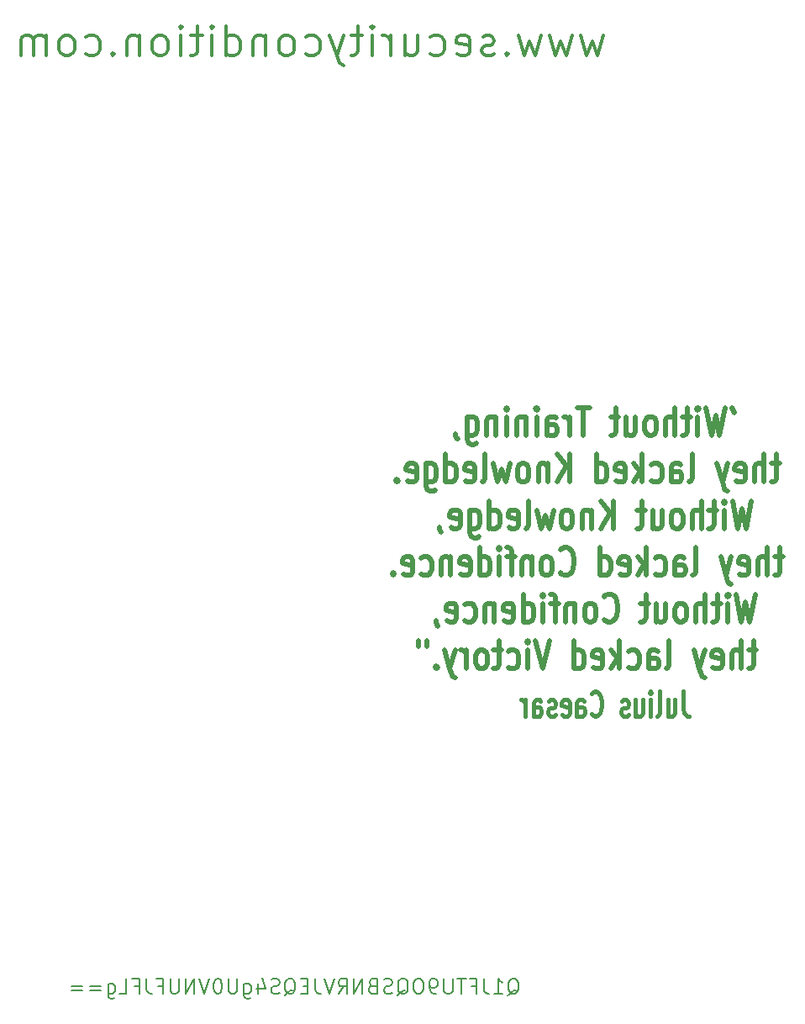
<source format=gbr>
G04 #@! TF.GenerationSoftware,KiCad,Pcbnew,(5.1.5)-3*
G04 #@! TF.CreationDate,2020-07-27T13:18:42+03:00*
G04 #@! TF.ProjectId,BurtleinaBoard,42757274-6c65-4696-9e61-426f6172642e,0.1*
G04 #@! TF.SameCoordinates,Original*
G04 #@! TF.FileFunction,Legend,Bot*
G04 #@! TF.FilePolarity,Positive*
%FSLAX46Y46*%
G04 Gerber Fmt 4.6, Leading zero omitted, Abs format (unit mm)*
G04 Created by KiCad (PCBNEW (5.1.5)-3) date 2020-07-27 13:18:42*
%MOMM*%
%LPD*%
G04 APERTURE LIST*
%ADD10C,0.200000*%
%ADD11C,0.300000*%
%ADD12C,0.425000*%
%ADD13C,0.500000*%
G04 APERTURE END LIST*
D10*
X163740000Y-127821428D02*
X163882857Y-127750000D01*
X164025714Y-127607142D01*
X164240000Y-127392857D01*
X164382857Y-127321428D01*
X164525714Y-127321428D01*
X164454285Y-127678571D02*
X164597142Y-127607142D01*
X164740000Y-127464285D01*
X164811428Y-127178571D01*
X164811428Y-126678571D01*
X164740000Y-126392857D01*
X164597142Y-126250000D01*
X164454285Y-126178571D01*
X164168571Y-126178571D01*
X164025714Y-126250000D01*
X163882857Y-126392857D01*
X163811428Y-126678571D01*
X163811428Y-127178571D01*
X163882857Y-127464285D01*
X164025714Y-127607142D01*
X164168571Y-127678571D01*
X164454285Y-127678571D01*
X162382857Y-127678571D02*
X163240000Y-127678571D01*
X162811428Y-127678571D02*
X162811428Y-126178571D01*
X162954285Y-126392857D01*
X163097142Y-126535714D01*
X163240000Y-126607142D01*
X161311428Y-126178571D02*
X161311428Y-127250000D01*
X161382857Y-127464285D01*
X161525714Y-127607142D01*
X161740000Y-127678571D01*
X161882857Y-127678571D01*
X160097142Y-126892857D02*
X160597142Y-126892857D01*
X160597142Y-127678571D02*
X160597142Y-126178571D01*
X159882857Y-126178571D01*
X159525714Y-126178571D02*
X158668571Y-126178571D01*
X159097142Y-127678571D02*
X159097142Y-126178571D01*
X158168571Y-126178571D02*
X158168571Y-127392857D01*
X158097142Y-127535714D01*
X158025714Y-127607142D01*
X157882857Y-127678571D01*
X157597142Y-127678571D01*
X157454285Y-127607142D01*
X157382857Y-127535714D01*
X157311428Y-127392857D01*
X157311428Y-126178571D01*
X156525714Y-127678571D02*
X156240000Y-127678571D01*
X156097142Y-127607142D01*
X156025714Y-127535714D01*
X155882857Y-127321428D01*
X155811428Y-127035714D01*
X155811428Y-126464285D01*
X155882857Y-126321428D01*
X155954285Y-126250000D01*
X156097142Y-126178571D01*
X156382857Y-126178571D01*
X156525714Y-126250000D01*
X156597142Y-126321428D01*
X156668571Y-126464285D01*
X156668571Y-126821428D01*
X156597142Y-126964285D01*
X156525714Y-127035714D01*
X156382857Y-127107142D01*
X156097142Y-127107142D01*
X155954285Y-127035714D01*
X155882857Y-126964285D01*
X155811428Y-126821428D01*
X154882857Y-126178571D02*
X154597142Y-126178571D01*
X154454285Y-126250000D01*
X154311428Y-126392857D01*
X154240000Y-126678571D01*
X154240000Y-127178571D01*
X154311428Y-127464285D01*
X154454285Y-127607142D01*
X154597142Y-127678571D01*
X154882857Y-127678571D01*
X155025714Y-127607142D01*
X155168571Y-127464285D01*
X155240000Y-127178571D01*
X155240000Y-126678571D01*
X155168571Y-126392857D01*
X155025714Y-126250000D01*
X154882857Y-126178571D01*
X152597142Y-127821428D02*
X152740000Y-127750000D01*
X152882857Y-127607142D01*
X153097142Y-127392857D01*
X153240000Y-127321428D01*
X153382857Y-127321428D01*
X153311428Y-127678571D02*
X153454285Y-127607142D01*
X153597142Y-127464285D01*
X153668571Y-127178571D01*
X153668571Y-126678571D01*
X153597142Y-126392857D01*
X153454285Y-126250000D01*
X153311428Y-126178571D01*
X153025714Y-126178571D01*
X152882857Y-126250000D01*
X152740000Y-126392857D01*
X152668571Y-126678571D01*
X152668571Y-127178571D01*
X152740000Y-127464285D01*
X152882857Y-127607142D01*
X153025714Y-127678571D01*
X153311428Y-127678571D01*
X152097142Y-127607142D02*
X151882857Y-127678571D01*
X151525714Y-127678571D01*
X151382857Y-127607142D01*
X151311428Y-127535714D01*
X151240000Y-127392857D01*
X151240000Y-127250000D01*
X151311428Y-127107142D01*
X151382857Y-127035714D01*
X151525714Y-126964285D01*
X151811428Y-126892857D01*
X151954285Y-126821428D01*
X152025714Y-126750000D01*
X152097142Y-126607142D01*
X152097142Y-126464285D01*
X152025714Y-126321428D01*
X151954285Y-126250000D01*
X151811428Y-126178571D01*
X151454285Y-126178571D01*
X151240000Y-126250000D01*
X150097142Y-126892857D02*
X149882857Y-126964285D01*
X149811428Y-127035714D01*
X149740000Y-127178571D01*
X149740000Y-127392857D01*
X149811428Y-127535714D01*
X149882857Y-127607142D01*
X150025714Y-127678571D01*
X150597142Y-127678571D01*
X150597142Y-126178571D01*
X150097142Y-126178571D01*
X149954285Y-126250000D01*
X149882857Y-126321428D01*
X149811428Y-126464285D01*
X149811428Y-126607142D01*
X149882857Y-126750000D01*
X149954285Y-126821428D01*
X150097142Y-126892857D01*
X150597142Y-126892857D01*
X149097142Y-127678571D02*
X149097142Y-126178571D01*
X148240000Y-127678571D01*
X148240000Y-126178571D01*
X146668571Y-127678571D02*
X147168571Y-126964285D01*
X147525714Y-127678571D02*
X147525714Y-126178571D01*
X146954285Y-126178571D01*
X146811428Y-126250000D01*
X146740000Y-126321428D01*
X146668571Y-126464285D01*
X146668571Y-126678571D01*
X146740000Y-126821428D01*
X146811428Y-126892857D01*
X146954285Y-126964285D01*
X147525714Y-126964285D01*
X146240000Y-126178571D02*
X145740000Y-127678571D01*
X145240000Y-126178571D01*
X144311428Y-126178571D02*
X144311428Y-127250000D01*
X144382857Y-127464285D01*
X144525714Y-127607142D01*
X144740000Y-127678571D01*
X144882857Y-127678571D01*
X143597142Y-126892857D02*
X143097142Y-126892857D01*
X142882857Y-127678571D02*
X143597142Y-127678571D01*
X143597142Y-126178571D01*
X142882857Y-126178571D01*
X141240000Y-127821428D02*
X141382857Y-127750000D01*
X141525714Y-127607142D01*
X141740000Y-127392857D01*
X141882857Y-127321428D01*
X142025714Y-127321428D01*
X141954285Y-127678571D02*
X142097142Y-127607142D01*
X142240000Y-127464285D01*
X142311428Y-127178571D01*
X142311428Y-126678571D01*
X142240000Y-126392857D01*
X142097142Y-126250000D01*
X141954285Y-126178571D01*
X141668571Y-126178571D01*
X141525714Y-126250000D01*
X141382857Y-126392857D01*
X141311428Y-126678571D01*
X141311428Y-127178571D01*
X141382857Y-127464285D01*
X141525714Y-127607142D01*
X141668571Y-127678571D01*
X141954285Y-127678571D01*
X140740000Y-127607142D02*
X140525714Y-127678571D01*
X140168571Y-127678571D01*
X140025714Y-127607142D01*
X139954285Y-127535714D01*
X139882857Y-127392857D01*
X139882857Y-127250000D01*
X139954285Y-127107142D01*
X140025714Y-127035714D01*
X140168571Y-126964285D01*
X140454285Y-126892857D01*
X140597142Y-126821428D01*
X140668571Y-126750000D01*
X140740000Y-126607142D01*
X140740000Y-126464285D01*
X140668571Y-126321428D01*
X140597142Y-126250000D01*
X140454285Y-126178571D01*
X140097142Y-126178571D01*
X139882857Y-126250000D01*
X138597142Y-126678571D02*
X138597142Y-127678571D01*
X138954285Y-126107142D02*
X139311428Y-127178571D01*
X138382857Y-127178571D01*
X137168571Y-126678571D02*
X137168571Y-127892857D01*
X137240000Y-128035714D01*
X137311428Y-128107142D01*
X137454285Y-128178571D01*
X137668571Y-128178571D01*
X137811428Y-128107142D01*
X137168571Y-127607142D02*
X137311428Y-127678571D01*
X137597142Y-127678571D01*
X137740000Y-127607142D01*
X137811428Y-127535714D01*
X137882857Y-127392857D01*
X137882857Y-126964285D01*
X137811428Y-126821428D01*
X137740000Y-126750000D01*
X137597142Y-126678571D01*
X137311428Y-126678571D01*
X137168571Y-126750000D01*
X136454285Y-126178571D02*
X136454285Y-127392857D01*
X136382857Y-127535714D01*
X136311428Y-127607142D01*
X136168571Y-127678571D01*
X135882857Y-127678571D01*
X135740000Y-127607142D01*
X135668571Y-127535714D01*
X135597142Y-127392857D01*
X135597142Y-126178571D01*
X134597142Y-126178571D02*
X134454285Y-126178571D01*
X134311428Y-126250000D01*
X134240000Y-126321428D01*
X134168571Y-126464285D01*
X134097142Y-126750000D01*
X134097142Y-127107142D01*
X134168571Y-127392857D01*
X134240000Y-127535714D01*
X134311428Y-127607142D01*
X134454285Y-127678571D01*
X134597142Y-127678571D01*
X134740000Y-127607142D01*
X134811428Y-127535714D01*
X134882857Y-127392857D01*
X134954285Y-127107142D01*
X134954285Y-126750000D01*
X134882857Y-126464285D01*
X134811428Y-126321428D01*
X134740000Y-126250000D01*
X134597142Y-126178571D01*
X133668571Y-126178571D02*
X133168571Y-127678571D01*
X132668571Y-126178571D01*
X132168571Y-127678571D02*
X132168571Y-126178571D01*
X131311428Y-127678571D01*
X131311428Y-126178571D01*
X130597142Y-126178571D02*
X130597142Y-127392857D01*
X130525714Y-127535714D01*
X130454285Y-127607142D01*
X130311428Y-127678571D01*
X130025714Y-127678571D01*
X129882857Y-127607142D01*
X129811428Y-127535714D01*
X129740000Y-127392857D01*
X129740000Y-126178571D01*
X128525714Y-126892857D02*
X129025714Y-126892857D01*
X129025714Y-127678571D02*
X129025714Y-126178571D01*
X128311428Y-126178571D01*
X127311428Y-126178571D02*
X127311428Y-127250000D01*
X127382857Y-127464285D01*
X127525714Y-127607142D01*
X127740000Y-127678571D01*
X127882857Y-127678571D01*
X126097142Y-126892857D02*
X126597142Y-126892857D01*
X126597142Y-127678571D02*
X126597142Y-126178571D01*
X125882857Y-126178571D01*
X124597142Y-127678571D02*
X125311428Y-127678571D01*
X125311428Y-126178571D01*
X123454285Y-126678571D02*
X123454285Y-127892857D01*
X123525714Y-128035714D01*
X123597142Y-128107142D01*
X123740000Y-128178571D01*
X123954285Y-128178571D01*
X124097142Y-128107142D01*
X123454285Y-127607142D02*
X123597142Y-127678571D01*
X123882857Y-127678571D01*
X124025714Y-127607142D01*
X124097142Y-127535714D01*
X124168571Y-127392857D01*
X124168571Y-126964285D01*
X124097142Y-126821428D01*
X124025714Y-126750000D01*
X123882857Y-126678571D01*
X123597142Y-126678571D01*
X123454285Y-126750000D01*
X122740000Y-126892857D02*
X121597142Y-126892857D01*
X121597142Y-127321428D02*
X122740000Y-127321428D01*
X120882857Y-126892857D02*
X119740000Y-126892857D01*
X119740000Y-127321428D02*
X120882857Y-127321428D01*
D11*
X173370000Y-31207142D02*
X172798571Y-33207142D01*
X172227142Y-31778571D01*
X171655714Y-33207142D01*
X171084285Y-31207142D01*
X170227142Y-31207142D02*
X169655714Y-33207142D01*
X169084285Y-31778571D01*
X168512857Y-33207142D01*
X167941428Y-31207142D01*
X167084285Y-31207142D02*
X166512857Y-33207142D01*
X165941428Y-31778571D01*
X165370000Y-33207142D01*
X164798571Y-31207142D01*
X163655714Y-32921428D02*
X163512857Y-33064285D01*
X163655714Y-33207142D01*
X163798571Y-33064285D01*
X163655714Y-32921428D01*
X163655714Y-33207142D01*
X162370000Y-33064285D02*
X162084285Y-33207142D01*
X161512857Y-33207142D01*
X161227142Y-33064285D01*
X161084285Y-32778571D01*
X161084285Y-32635714D01*
X161227142Y-32350000D01*
X161512857Y-32207142D01*
X161941428Y-32207142D01*
X162227142Y-32064285D01*
X162370000Y-31778571D01*
X162370000Y-31635714D01*
X162227142Y-31350000D01*
X161941428Y-31207142D01*
X161512857Y-31207142D01*
X161227142Y-31350000D01*
X158655714Y-33064285D02*
X158941428Y-33207142D01*
X159512857Y-33207142D01*
X159798571Y-33064285D01*
X159941428Y-32778571D01*
X159941428Y-31635714D01*
X159798571Y-31350000D01*
X159512857Y-31207142D01*
X158941428Y-31207142D01*
X158655714Y-31350000D01*
X158512857Y-31635714D01*
X158512857Y-31921428D01*
X159941428Y-32207142D01*
X155941428Y-33064285D02*
X156227142Y-33207142D01*
X156798571Y-33207142D01*
X157084285Y-33064285D01*
X157227142Y-32921428D01*
X157370000Y-32635714D01*
X157370000Y-31778571D01*
X157227142Y-31492857D01*
X157084285Y-31350000D01*
X156798571Y-31207142D01*
X156227142Y-31207142D01*
X155941428Y-31350000D01*
X153370000Y-31207142D02*
X153370000Y-33207142D01*
X154655714Y-31207142D02*
X154655714Y-32778571D01*
X154512857Y-33064285D01*
X154227142Y-33207142D01*
X153798571Y-33207142D01*
X153512857Y-33064285D01*
X153370000Y-32921428D01*
X151941428Y-33207142D02*
X151941428Y-31207142D01*
X151941428Y-31778571D02*
X151798571Y-31492857D01*
X151655714Y-31350000D01*
X151370000Y-31207142D01*
X151084285Y-31207142D01*
X150084285Y-33207142D02*
X150084285Y-31207142D01*
X150084285Y-30207142D02*
X150227142Y-30350000D01*
X150084285Y-30492857D01*
X149941428Y-30350000D01*
X150084285Y-30207142D01*
X150084285Y-30492857D01*
X149084285Y-31207142D02*
X147941428Y-31207142D01*
X148655714Y-30207142D02*
X148655714Y-32778571D01*
X148512857Y-33064285D01*
X148227142Y-33207142D01*
X147941428Y-33207142D01*
X147227142Y-31207142D02*
X146512857Y-33207142D01*
X145798571Y-31207142D02*
X146512857Y-33207142D01*
X146798571Y-33921428D01*
X146941428Y-34064285D01*
X147227142Y-34207142D01*
X143370000Y-33064285D02*
X143655714Y-33207142D01*
X144227142Y-33207142D01*
X144512857Y-33064285D01*
X144655714Y-32921428D01*
X144798571Y-32635714D01*
X144798571Y-31778571D01*
X144655714Y-31492857D01*
X144512857Y-31350000D01*
X144227142Y-31207142D01*
X143655714Y-31207142D01*
X143370000Y-31350000D01*
X141655714Y-33207142D02*
X141941428Y-33064285D01*
X142084285Y-32921428D01*
X142227142Y-32635714D01*
X142227142Y-31778571D01*
X142084285Y-31492857D01*
X141941428Y-31350000D01*
X141655714Y-31207142D01*
X141227142Y-31207142D01*
X140941428Y-31350000D01*
X140798571Y-31492857D01*
X140655714Y-31778571D01*
X140655714Y-32635714D01*
X140798571Y-32921428D01*
X140941428Y-33064285D01*
X141227142Y-33207142D01*
X141655714Y-33207142D01*
X139370000Y-31207142D02*
X139370000Y-33207142D01*
X139370000Y-31492857D02*
X139227142Y-31350000D01*
X138941428Y-31207142D01*
X138512857Y-31207142D01*
X138227142Y-31350000D01*
X138084285Y-31635714D01*
X138084285Y-33207142D01*
X135370000Y-33207142D02*
X135370000Y-30207142D01*
X135370000Y-33064285D02*
X135655714Y-33207142D01*
X136227142Y-33207142D01*
X136512857Y-33064285D01*
X136655714Y-32921428D01*
X136798571Y-32635714D01*
X136798571Y-31778571D01*
X136655714Y-31492857D01*
X136512857Y-31350000D01*
X136227142Y-31207142D01*
X135655714Y-31207142D01*
X135370000Y-31350000D01*
X133941428Y-33207142D02*
X133941428Y-31207142D01*
X133941428Y-30207142D02*
X134084285Y-30350000D01*
X133941428Y-30492857D01*
X133798571Y-30350000D01*
X133941428Y-30207142D01*
X133941428Y-30492857D01*
X132941428Y-31207142D02*
X131798571Y-31207142D01*
X132512857Y-30207142D02*
X132512857Y-32778571D01*
X132370000Y-33064285D01*
X132084285Y-33207142D01*
X131798571Y-33207142D01*
X130798571Y-33207142D02*
X130798571Y-31207142D01*
X130798571Y-30207142D02*
X130941428Y-30350000D01*
X130798571Y-30492857D01*
X130655714Y-30350000D01*
X130798571Y-30207142D01*
X130798571Y-30492857D01*
X128941428Y-33207142D02*
X129227142Y-33064285D01*
X129370000Y-32921428D01*
X129512857Y-32635714D01*
X129512857Y-31778571D01*
X129370000Y-31492857D01*
X129227142Y-31350000D01*
X128941428Y-31207142D01*
X128512857Y-31207142D01*
X128227142Y-31350000D01*
X128084285Y-31492857D01*
X127941428Y-31778571D01*
X127941428Y-32635714D01*
X128084285Y-32921428D01*
X128227142Y-33064285D01*
X128512857Y-33207142D01*
X128941428Y-33207142D01*
X126655714Y-31207142D02*
X126655714Y-33207142D01*
X126655714Y-31492857D02*
X126512857Y-31350000D01*
X126227142Y-31207142D01*
X125798571Y-31207142D01*
X125512857Y-31350000D01*
X125370000Y-31635714D01*
X125370000Y-33207142D01*
X123941428Y-32921428D02*
X123798571Y-33064285D01*
X123941428Y-33207142D01*
X124084285Y-33064285D01*
X123941428Y-32921428D01*
X123941428Y-33207142D01*
X121227142Y-33064285D02*
X121512857Y-33207142D01*
X122084285Y-33207142D01*
X122370000Y-33064285D01*
X122512857Y-32921428D01*
X122655714Y-32635714D01*
X122655714Y-31778571D01*
X122512857Y-31492857D01*
X122370000Y-31350000D01*
X122084285Y-31207142D01*
X121512857Y-31207142D01*
X121227142Y-31350000D01*
X119512857Y-33207142D02*
X119798571Y-33064285D01*
X119941428Y-32921428D01*
X120084285Y-32635714D01*
X120084285Y-31778571D01*
X119941428Y-31492857D01*
X119798571Y-31350000D01*
X119512857Y-31207142D01*
X119084285Y-31207142D01*
X118798571Y-31350000D01*
X118655714Y-31492857D01*
X118512857Y-31778571D01*
X118512857Y-32635714D01*
X118655714Y-32921428D01*
X118798571Y-33064285D01*
X119084285Y-33207142D01*
X119512857Y-33207142D01*
X117227142Y-33207142D02*
X117227142Y-31207142D01*
X117227142Y-31492857D02*
X117084285Y-31350000D01*
X116798571Y-31207142D01*
X116370000Y-31207142D01*
X116084285Y-31350000D01*
X115941428Y-31635714D01*
X115941428Y-33207142D01*
X115941428Y-31635714D02*
X115798571Y-31350000D01*
X115512857Y-31207142D01*
X115084285Y-31207142D01*
X114798571Y-31350000D01*
X114655714Y-31635714D01*
X114655714Y-33207142D01*
D12*
X181381904Y-97230952D02*
X181381904Y-99016666D01*
X181462857Y-99373809D01*
X181624761Y-99611904D01*
X181867619Y-99730952D01*
X182029523Y-99730952D01*
X179843809Y-98064285D02*
X179843809Y-99730952D01*
X180572380Y-98064285D02*
X180572380Y-99373809D01*
X180491428Y-99611904D01*
X180329523Y-99730952D01*
X180086666Y-99730952D01*
X179924761Y-99611904D01*
X179843809Y-99492857D01*
X178791428Y-99730952D02*
X178953333Y-99611904D01*
X179034285Y-99373809D01*
X179034285Y-97230952D01*
X178143809Y-99730952D02*
X178143809Y-98064285D01*
X178143809Y-97230952D02*
X178224761Y-97350000D01*
X178143809Y-97469047D01*
X178062857Y-97350000D01*
X178143809Y-97230952D01*
X178143809Y-97469047D01*
X176605714Y-98064285D02*
X176605714Y-99730952D01*
X177334285Y-98064285D02*
X177334285Y-99373809D01*
X177253333Y-99611904D01*
X177091428Y-99730952D01*
X176848571Y-99730952D01*
X176686666Y-99611904D01*
X176605714Y-99492857D01*
X175877142Y-99611904D02*
X175715238Y-99730952D01*
X175391428Y-99730952D01*
X175229523Y-99611904D01*
X175148571Y-99373809D01*
X175148571Y-99254761D01*
X175229523Y-99016666D01*
X175391428Y-98897619D01*
X175634285Y-98897619D01*
X175796190Y-98778571D01*
X175877142Y-98540476D01*
X175877142Y-98421428D01*
X175796190Y-98183333D01*
X175634285Y-98064285D01*
X175391428Y-98064285D01*
X175229523Y-98183333D01*
X172153333Y-99492857D02*
X172234285Y-99611904D01*
X172477142Y-99730952D01*
X172639047Y-99730952D01*
X172881904Y-99611904D01*
X173043809Y-99373809D01*
X173124761Y-99135714D01*
X173205714Y-98659523D01*
X173205714Y-98302380D01*
X173124761Y-97826190D01*
X173043809Y-97588095D01*
X172881904Y-97350000D01*
X172639047Y-97230952D01*
X172477142Y-97230952D01*
X172234285Y-97350000D01*
X172153333Y-97469047D01*
X170696190Y-99730952D02*
X170696190Y-98421428D01*
X170777142Y-98183333D01*
X170939047Y-98064285D01*
X171262857Y-98064285D01*
X171424761Y-98183333D01*
X170696190Y-99611904D02*
X170858095Y-99730952D01*
X171262857Y-99730952D01*
X171424761Y-99611904D01*
X171505714Y-99373809D01*
X171505714Y-99135714D01*
X171424761Y-98897619D01*
X171262857Y-98778571D01*
X170858095Y-98778571D01*
X170696190Y-98659523D01*
X169239047Y-99611904D02*
X169400952Y-99730952D01*
X169724761Y-99730952D01*
X169886666Y-99611904D01*
X169967619Y-99373809D01*
X169967619Y-98421428D01*
X169886666Y-98183333D01*
X169724761Y-98064285D01*
X169400952Y-98064285D01*
X169239047Y-98183333D01*
X169158095Y-98421428D01*
X169158095Y-98659523D01*
X169967619Y-98897619D01*
X168510476Y-99611904D02*
X168348571Y-99730952D01*
X168024761Y-99730952D01*
X167862857Y-99611904D01*
X167781904Y-99373809D01*
X167781904Y-99254761D01*
X167862857Y-99016666D01*
X168024761Y-98897619D01*
X168267619Y-98897619D01*
X168429523Y-98778571D01*
X168510476Y-98540476D01*
X168510476Y-98421428D01*
X168429523Y-98183333D01*
X168267619Y-98064285D01*
X168024761Y-98064285D01*
X167862857Y-98183333D01*
X166324761Y-99730952D02*
X166324761Y-98421428D01*
X166405714Y-98183333D01*
X166567619Y-98064285D01*
X166891428Y-98064285D01*
X167053333Y-98183333D01*
X166324761Y-99611904D02*
X166486666Y-99730952D01*
X166891428Y-99730952D01*
X167053333Y-99611904D01*
X167134285Y-99373809D01*
X167134285Y-99135714D01*
X167053333Y-98897619D01*
X166891428Y-98778571D01*
X166486666Y-98778571D01*
X166324761Y-98659523D01*
X165515238Y-99730952D02*
X165515238Y-98064285D01*
X165515238Y-98540476D02*
X165434285Y-98302380D01*
X165353333Y-98183333D01*
X165191428Y-98064285D01*
X165029523Y-98064285D01*
D13*
X186346666Y-68646666D02*
X186556190Y-69180000D01*
X185613333Y-68646666D02*
X185089523Y-71446666D01*
X184670476Y-69446666D01*
X184251428Y-71446666D01*
X183727619Y-68646666D01*
X182889523Y-71446666D02*
X182889523Y-69580000D01*
X182889523Y-68646666D02*
X182994285Y-68780000D01*
X182889523Y-68913333D01*
X182784761Y-68780000D01*
X182889523Y-68646666D01*
X182889523Y-68913333D01*
X182156190Y-69580000D02*
X181318095Y-69580000D01*
X181841904Y-68646666D02*
X181841904Y-71046666D01*
X181737142Y-71313333D01*
X181527619Y-71446666D01*
X181318095Y-71446666D01*
X180584761Y-71446666D02*
X180584761Y-68646666D01*
X179641904Y-71446666D02*
X179641904Y-69980000D01*
X179746666Y-69713333D01*
X179956190Y-69580000D01*
X180270476Y-69580000D01*
X180480000Y-69713333D01*
X180584761Y-69846666D01*
X178280000Y-71446666D02*
X178489523Y-71313333D01*
X178594285Y-71180000D01*
X178699047Y-70913333D01*
X178699047Y-70113333D01*
X178594285Y-69846666D01*
X178489523Y-69713333D01*
X178280000Y-69580000D01*
X177965714Y-69580000D01*
X177756190Y-69713333D01*
X177651428Y-69846666D01*
X177546666Y-70113333D01*
X177546666Y-70913333D01*
X177651428Y-71180000D01*
X177756190Y-71313333D01*
X177965714Y-71446666D01*
X178280000Y-71446666D01*
X175660952Y-69580000D02*
X175660952Y-71446666D01*
X176603809Y-69580000D02*
X176603809Y-71046666D01*
X176499047Y-71313333D01*
X176289523Y-71446666D01*
X175975238Y-71446666D01*
X175765714Y-71313333D01*
X175660952Y-71180000D01*
X174927619Y-69580000D02*
X174089523Y-69580000D01*
X174613333Y-68646666D02*
X174613333Y-71046666D01*
X174508571Y-71313333D01*
X174299047Y-71446666D01*
X174089523Y-71446666D01*
X171994285Y-68646666D02*
X170737142Y-68646666D01*
X171365714Y-71446666D02*
X171365714Y-68646666D01*
X170003809Y-71446666D02*
X170003809Y-69580000D01*
X170003809Y-70113333D02*
X169899047Y-69846666D01*
X169794285Y-69713333D01*
X169584761Y-69580000D01*
X169375238Y-69580000D01*
X167699047Y-71446666D02*
X167699047Y-69980000D01*
X167803809Y-69713333D01*
X168013333Y-69580000D01*
X168432380Y-69580000D01*
X168641904Y-69713333D01*
X167699047Y-71313333D02*
X167908571Y-71446666D01*
X168432380Y-71446666D01*
X168641904Y-71313333D01*
X168746666Y-71046666D01*
X168746666Y-70780000D01*
X168641904Y-70513333D01*
X168432380Y-70380000D01*
X167908571Y-70380000D01*
X167699047Y-70246666D01*
X166651428Y-71446666D02*
X166651428Y-69580000D01*
X166651428Y-68646666D02*
X166756190Y-68780000D01*
X166651428Y-68913333D01*
X166546666Y-68780000D01*
X166651428Y-68646666D01*
X166651428Y-68913333D01*
X165603809Y-69580000D02*
X165603809Y-71446666D01*
X165603809Y-69846666D02*
X165499047Y-69713333D01*
X165289523Y-69580000D01*
X164975238Y-69580000D01*
X164765714Y-69713333D01*
X164660952Y-69980000D01*
X164660952Y-71446666D01*
X163613333Y-71446666D02*
X163613333Y-69580000D01*
X163613333Y-68646666D02*
X163718095Y-68780000D01*
X163613333Y-68913333D01*
X163508571Y-68780000D01*
X163613333Y-68646666D01*
X163613333Y-68913333D01*
X162565714Y-69580000D02*
X162565714Y-71446666D01*
X162565714Y-69846666D02*
X162460952Y-69713333D01*
X162251428Y-69580000D01*
X161937142Y-69580000D01*
X161727619Y-69713333D01*
X161622857Y-69980000D01*
X161622857Y-71446666D01*
X159632380Y-69580000D02*
X159632380Y-71846666D01*
X159737142Y-72113333D01*
X159841904Y-72246666D01*
X160051428Y-72380000D01*
X160365714Y-72380000D01*
X160575238Y-72246666D01*
X159632380Y-71313333D02*
X159841904Y-71446666D01*
X160260952Y-71446666D01*
X160470476Y-71313333D01*
X160575238Y-71180000D01*
X160680000Y-70913333D01*
X160680000Y-70113333D01*
X160575238Y-69846666D01*
X160470476Y-69713333D01*
X160260952Y-69580000D01*
X159841904Y-69580000D01*
X159632380Y-69713333D01*
X158480000Y-71313333D02*
X158480000Y-71446666D01*
X158584761Y-71713333D01*
X158689523Y-71846666D01*
X191113333Y-74280000D02*
X190275238Y-74280000D01*
X190799047Y-73346666D02*
X190799047Y-75746666D01*
X190694285Y-76013333D01*
X190484761Y-76146666D01*
X190275238Y-76146666D01*
X189541904Y-76146666D02*
X189541904Y-73346666D01*
X188599047Y-76146666D02*
X188599047Y-74680000D01*
X188703809Y-74413333D01*
X188913333Y-74280000D01*
X189227619Y-74280000D01*
X189437142Y-74413333D01*
X189541904Y-74546666D01*
X186713333Y-76013333D02*
X186922857Y-76146666D01*
X187341904Y-76146666D01*
X187551428Y-76013333D01*
X187656190Y-75746666D01*
X187656190Y-74680000D01*
X187551428Y-74413333D01*
X187341904Y-74280000D01*
X186922857Y-74280000D01*
X186713333Y-74413333D01*
X186608571Y-74680000D01*
X186608571Y-74946666D01*
X187656190Y-75213333D01*
X185875238Y-74280000D02*
X185351428Y-76146666D01*
X184827619Y-74280000D02*
X185351428Y-76146666D01*
X185560952Y-76813333D01*
X185665714Y-76946666D01*
X185875238Y-77080000D01*
X181999047Y-76146666D02*
X182208571Y-76013333D01*
X182313333Y-75746666D01*
X182313333Y-73346666D01*
X180218095Y-76146666D02*
X180218095Y-74680000D01*
X180322857Y-74413333D01*
X180532380Y-74280000D01*
X180951428Y-74280000D01*
X181160952Y-74413333D01*
X180218095Y-76013333D02*
X180427619Y-76146666D01*
X180951428Y-76146666D01*
X181160952Y-76013333D01*
X181265714Y-75746666D01*
X181265714Y-75480000D01*
X181160952Y-75213333D01*
X180951428Y-75080000D01*
X180427619Y-75080000D01*
X180218095Y-74946666D01*
X178227619Y-76013333D02*
X178437142Y-76146666D01*
X178856190Y-76146666D01*
X179065714Y-76013333D01*
X179170476Y-75880000D01*
X179275238Y-75613333D01*
X179275238Y-74813333D01*
X179170476Y-74546666D01*
X179065714Y-74413333D01*
X178856190Y-74280000D01*
X178437142Y-74280000D01*
X178227619Y-74413333D01*
X177284761Y-76146666D02*
X177284761Y-73346666D01*
X177075238Y-75080000D02*
X176446666Y-76146666D01*
X176446666Y-74280000D02*
X177284761Y-75346666D01*
X174665714Y-76013333D02*
X174875238Y-76146666D01*
X175294285Y-76146666D01*
X175503809Y-76013333D01*
X175608571Y-75746666D01*
X175608571Y-74680000D01*
X175503809Y-74413333D01*
X175294285Y-74280000D01*
X174875238Y-74280000D01*
X174665714Y-74413333D01*
X174560952Y-74680000D01*
X174560952Y-74946666D01*
X175608571Y-75213333D01*
X172675238Y-76146666D02*
X172675238Y-73346666D01*
X172675238Y-76013333D02*
X172884761Y-76146666D01*
X173303809Y-76146666D01*
X173513333Y-76013333D01*
X173618095Y-75880000D01*
X173722857Y-75613333D01*
X173722857Y-74813333D01*
X173618095Y-74546666D01*
X173513333Y-74413333D01*
X173303809Y-74280000D01*
X172884761Y-74280000D01*
X172675238Y-74413333D01*
X169951428Y-76146666D02*
X169951428Y-73346666D01*
X168694285Y-76146666D02*
X169637142Y-74546666D01*
X168694285Y-73346666D02*
X169951428Y-74946666D01*
X167751428Y-74280000D02*
X167751428Y-76146666D01*
X167751428Y-74546666D02*
X167646666Y-74413333D01*
X167437142Y-74280000D01*
X167122857Y-74280000D01*
X166913333Y-74413333D01*
X166808571Y-74680000D01*
X166808571Y-76146666D01*
X165446666Y-76146666D02*
X165656190Y-76013333D01*
X165760952Y-75880000D01*
X165865714Y-75613333D01*
X165865714Y-74813333D01*
X165760952Y-74546666D01*
X165656190Y-74413333D01*
X165446666Y-74280000D01*
X165132380Y-74280000D01*
X164922857Y-74413333D01*
X164818095Y-74546666D01*
X164713333Y-74813333D01*
X164713333Y-75613333D01*
X164818095Y-75880000D01*
X164922857Y-76013333D01*
X165132380Y-76146666D01*
X165446666Y-76146666D01*
X163980000Y-74280000D02*
X163560952Y-76146666D01*
X163141904Y-74813333D01*
X162722857Y-76146666D01*
X162303809Y-74280000D01*
X161151428Y-76146666D02*
X161360952Y-76013333D01*
X161465714Y-75746666D01*
X161465714Y-73346666D01*
X159475238Y-76013333D02*
X159684761Y-76146666D01*
X160103809Y-76146666D01*
X160313333Y-76013333D01*
X160418095Y-75746666D01*
X160418095Y-74680000D01*
X160313333Y-74413333D01*
X160103809Y-74280000D01*
X159684761Y-74280000D01*
X159475238Y-74413333D01*
X159370476Y-74680000D01*
X159370476Y-74946666D01*
X160418095Y-75213333D01*
X157484761Y-76146666D02*
X157484761Y-73346666D01*
X157484761Y-76013333D02*
X157694285Y-76146666D01*
X158113333Y-76146666D01*
X158322857Y-76013333D01*
X158427619Y-75880000D01*
X158532380Y-75613333D01*
X158532380Y-74813333D01*
X158427619Y-74546666D01*
X158322857Y-74413333D01*
X158113333Y-74280000D01*
X157694285Y-74280000D01*
X157484761Y-74413333D01*
X155494285Y-74280000D02*
X155494285Y-76546666D01*
X155599047Y-76813333D01*
X155703809Y-76946666D01*
X155913333Y-77080000D01*
X156227619Y-77080000D01*
X156437142Y-76946666D01*
X155494285Y-76013333D02*
X155703809Y-76146666D01*
X156122857Y-76146666D01*
X156332380Y-76013333D01*
X156437142Y-75880000D01*
X156541904Y-75613333D01*
X156541904Y-74813333D01*
X156437142Y-74546666D01*
X156332380Y-74413333D01*
X156122857Y-74280000D01*
X155703809Y-74280000D01*
X155494285Y-74413333D01*
X153608571Y-76013333D02*
X153818095Y-76146666D01*
X154237142Y-76146666D01*
X154446666Y-76013333D01*
X154551428Y-75746666D01*
X154551428Y-74680000D01*
X154446666Y-74413333D01*
X154237142Y-74280000D01*
X153818095Y-74280000D01*
X153608571Y-74413333D01*
X153503809Y-74680000D01*
X153503809Y-74946666D01*
X154551428Y-75213333D01*
X152560952Y-75880000D02*
X152456190Y-76013333D01*
X152560952Y-76146666D01*
X152665714Y-76013333D01*
X152560952Y-75880000D01*
X152560952Y-76146666D01*
X188284761Y-78046666D02*
X187760952Y-80846666D01*
X187341904Y-78846666D01*
X186922857Y-80846666D01*
X186399047Y-78046666D01*
X185560952Y-80846666D02*
X185560952Y-78980000D01*
X185560952Y-78046666D02*
X185665714Y-78180000D01*
X185560952Y-78313333D01*
X185456190Y-78180000D01*
X185560952Y-78046666D01*
X185560952Y-78313333D01*
X184827619Y-78980000D02*
X183989523Y-78980000D01*
X184513333Y-78046666D02*
X184513333Y-80446666D01*
X184408571Y-80713333D01*
X184199047Y-80846666D01*
X183989523Y-80846666D01*
X183256190Y-80846666D02*
X183256190Y-78046666D01*
X182313333Y-80846666D02*
X182313333Y-79380000D01*
X182418095Y-79113333D01*
X182627619Y-78980000D01*
X182941904Y-78980000D01*
X183151428Y-79113333D01*
X183256190Y-79246666D01*
X180951428Y-80846666D02*
X181160952Y-80713333D01*
X181265714Y-80580000D01*
X181370476Y-80313333D01*
X181370476Y-79513333D01*
X181265714Y-79246666D01*
X181160952Y-79113333D01*
X180951428Y-78980000D01*
X180637142Y-78980000D01*
X180427619Y-79113333D01*
X180322857Y-79246666D01*
X180218095Y-79513333D01*
X180218095Y-80313333D01*
X180322857Y-80580000D01*
X180427619Y-80713333D01*
X180637142Y-80846666D01*
X180951428Y-80846666D01*
X178332380Y-78980000D02*
X178332380Y-80846666D01*
X179275238Y-78980000D02*
X179275238Y-80446666D01*
X179170476Y-80713333D01*
X178960952Y-80846666D01*
X178646666Y-80846666D01*
X178437142Y-80713333D01*
X178332380Y-80580000D01*
X177599047Y-78980000D02*
X176760952Y-78980000D01*
X177284761Y-78046666D02*
X177284761Y-80446666D01*
X177180000Y-80713333D01*
X176970476Y-80846666D01*
X176760952Y-80846666D01*
X174351428Y-80846666D02*
X174351428Y-78046666D01*
X173094285Y-80846666D02*
X174037142Y-79246666D01*
X173094285Y-78046666D02*
X174351428Y-79646666D01*
X172151428Y-78980000D02*
X172151428Y-80846666D01*
X172151428Y-79246666D02*
X172046666Y-79113333D01*
X171837142Y-78980000D01*
X171522857Y-78980000D01*
X171313333Y-79113333D01*
X171208571Y-79380000D01*
X171208571Y-80846666D01*
X169846666Y-80846666D02*
X170056190Y-80713333D01*
X170160952Y-80580000D01*
X170265714Y-80313333D01*
X170265714Y-79513333D01*
X170160952Y-79246666D01*
X170056190Y-79113333D01*
X169846666Y-78980000D01*
X169532380Y-78980000D01*
X169322857Y-79113333D01*
X169218095Y-79246666D01*
X169113333Y-79513333D01*
X169113333Y-80313333D01*
X169218095Y-80580000D01*
X169322857Y-80713333D01*
X169532380Y-80846666D01*
X169846666Y-80846666D01*
X168380000Y-78980000D02*
X167960952Y-80846666D01*
X167541904Y-79513333D01*
X167122857Y-80846666D01*
X166703809Y-78980000D01*
X165551428Y-80846666D02*
X165760952Y-80713333D01*
X165865714Y-80446666D01*
X165865714Y-78046666D01*
X163875238Y-80713333D02*
X164084761Y-80846666D01*
X164503809Y-80846666D01*
X164713333Y-80713333D01*
X164818095Y-80446666D01*
X164818095Y-79380000D01*
X164713333Y-79113333D01*
X164503809Y-78980000D01*
X164084761Y-78980000D01*
X163875238Y-79113333D01*
X163770476Y-79380000D01*
X163770476Y-79646666D01*
X164818095Y-79913333D01*
X161884761Y-80846666D02*
X161884761Y-78046666D01*
X161884761Y-80713333D02*
X162094285Y-80846666D01*
X162513333Y-80846666D01*
X162722857Y-80713333D01*
X162827619Y-80580000D01*
X162932380Y-80313333D01*
X162932380Y-79513333D01*
X162827619Y-79246666D01*
X162722857Y-79113333D01*
X162513333Y-78980000D01*
X162094285Y-78980000D01*
X161884761Y-79113333D01*
X159894285Y-78980000D02*
X159894285Y-81246666D01*
X159999047Y-81513333D01*
X160103809Y-81646666D01*
X160313333Y-81780000D01*
X160627619Y-81780000D01*
X160837142Y-81646666D01*
X159894285Y-80713333D02*
X160103809Y-80846666D01*
X160522857Y-80846666D01*
X160732380Y-80713333D01*
X160837142Y-80580000D01*
X160941904Y-80313333D01*
X160941904Y-79513333D01*
X160837142Y-79246666D01*
X160732380Y-79113333D01*
X160522857Y-78980000D01*
X160103809Y-78980000D01*
X159894285Y-79113333D01*
X158008571Y-80713333D02*
X158218095Y-80846666D01*
X158637142Y-80846666D01*
X158846666Y-80713333D01*
X158951428Y-80446666D01*
X158951428Y-79380000D01*
X158846666Y-79113333D01*
X158637142Y-78980000D01*
X158218095Y-78980000D01*
X158008571Y-79113333D01*
X157903809Y-79380000D01*
X157903809Y-79646666D01*
X158951428Y-79913333D01*
X156856190Y-80713333D02*
X156856190Y-80846666D01*
X156960952Y-81113333D01*
X157065714Y-81246666D01*
X191480000Y-83680000D02*
X190641904Y-83680000D01*
X191165714Y-82746666D02*
X191165714Y-85146666D01*
X191060952Y-85413333D01*
X190851428Y-85546666D01*
X190641904Y-85546666D01*
X189908571Y-85546666D02*
X189908571Y-82746666D01*
X188965714Y-85546666D02*
X188965714Y-84080000D01*
X189070476Y-83813333D01*
X189280000Y-83680000D01*
X189594285Y-83680000D01*
X189803809Y-83813333D01*
X189908571Y-83946666D01*
X187080000Y-85413333D02*
X187289523Y-85546666D01*
X187708571Y-85546666D01*
X187918095Y-85413333D01*
X188022857Y-85146666D01*
X188022857Y-84080000D01*
X187918095Y-83813333D01*
X187708571Y-83680000D01*
X187289523Y-83680000D01*
X187080000Y-83813333D01*
X186975238Y-84080000D01*
X186975238Y-84346666D01*
X188022857Y-84613333D01*
X186241904Y-83680000D02*
X185718095Y-85546666D01*
X185194285Y-83680000D02*
X185718095Y-85546666D01*
X185927619Y-86213333D01*
X186032380Y-86346666D01*
X186241904Y-86480000D01*
X182365714Y-85546666D02*
X182575238Y-85413333D01*
X182680000Y-85146666D01*
X182680000Y-82746666D01*
X180584761Y-85546666D02*
X180584761Y-84080000D01*
X180689523Y-83813333D01*
X180899047Y-83680000D01*
X181318095Y-83680000D01*
X181527619Y-83813333D01*
X180584761Y-85413333D02*
X180794285Y-85546666D01*
X181318095Y-85546666D01*
X181527619Y-85413333D01*
X181632380Y-85146666D01*
X181632380Y-84880000D01*
X181527619Y-84613333D01*
X181318095Y-84480000D01*
X180794285Y-84480000D01*
X180584761Y-84346666D01*
X178594285Y-85413333D02*
X178803809Y-85546666D01*
X179222857Y-85546666D01*
X179432380Y-85413333D01*
X179537142Y-85280000D01*
X179641904Y-85013333D01*
X179641904Y-84213333D01*
X179537142Y-83946666D01*
X179432380Y-83813333D01*
X179222857Y-83680000D01*
X178803809Y-83680000D01*
X178594285Y-83813333D01*
X177651428Y-85546666D02*
X177651428Y-82746666D01*
X177441904Y-84480000D02*
X176813333Y-85546666D01*
X176813333Y-83680000D02*
X177651428Y-84746666D01*
X175032380Y-85413333D02*
X175241904Y-85546666D01*
X175660952Y-85546666D01*
X175870476Y-85413333D01*
X175975238Y-85146666D01*
X175975238Y-84080000D01*
X175870476Y-83813333D01*
X175660952Y-83680000D01*
X175241904Y-83680000D01*
X175032380Y-83813333D01*
X174927619Y-84080000D01*
X174927619Y-84346666D01*
X175975238Y-84613333D01*
X173041904Y-85546666D02*
X173041904Y-82746666D01*
X173041904Y-85413333D02*
X173251428Y-85546666D01*
X173670476Y-85546666D01*
X173879999Y-85413333D01*
X173984761Y-85280000D01*
X174089523Y-85013333D01*
X174089523Y-84213333D01*
X173984761Y-83946666D01*
X173879999Y-83813333D01*
X173670476Y-83680000D01*
X173251428Y-83680000D01*
X173041904Y-83813333D01*
X169060952Y-85280000D02*
X169165714Y-85413333D01*
X169479999Y-85546666D01*
X169689523Y-85546666D01*
X170003809Y-85413333D01*
X170213333Y-85146666D01*
X170318095Y-84880000D01*
X170422857Y-84346666D01*
X170422857Y-83946666D01*
X170318095Y-83413333D01*
X170213333Y-83146666D01*
X170003809Y-82880000D01*
X169689523Y-82746666D01*
X169479999Y-82746666D01*
X169165714Y-82880000D01*
X169060952Y-83013333D01*
X167803809Y-85546666D02*
X168013333Y-85413333D01*
X168118095Y-85280000D01*
X168222857Y-85013333D01*
X168222857Y-84213333D01*
X168118095Y-83946666D01*
X168013333Y-83813333D01*
X167803809Y-83680000D01*
X167489523Y-83680000D01*
X167279999Y-83813333D01*
X167175238Y-83946666D01*
X167070476Y-84213333D01*
X167070476Y-85013333D01*
X167175238Y-85280000D01*
X167279999Y-85413333D01*
X167489523Y-85546666D01*
X167803809Y-85546666D01*
X166127619Y-83680000D02*
X166127619Y-85546666D01*
X166127619Y-83946666D02*
X166022857Y-83813333D01*
X165813333Y-83680000D01*
X165499047Y-83680000D01*
X165289523Y-83813333D01*
X165184761Y-84080000D01*
X165184761Y-85546666D01*
X164451428Y-83680000D02*
X163613333Y-83680000D01*
X164137142Y-85546666D02*
X164137142Y-83146666D01*
X164032380Y-82880000D01*
X163822857Y-82746666D01*
X163613333Y-82746666D01*
X162879999Y-85546666D02*
X162879999Y-83680000D01*
X162879999Y-82746666D02*
X162984761Y-82880000D01*
X162879999Y-83013333D01*
X162775238Y-82880000D01*
X162879999Y-82746666D01*
X162879999Y-83013333D01*
X160889523Y-85546666D02*
X160889523Y-82746666D01*
X160889523Y-85413333D02*
X161099047Y-85546666D01*
X161518095Y-85546666D01*
X161727619Y-85413333D01*
X161832380Y-85280000D01*
X161937142Y-85013333D01*
X161937142Y-84213333D01*
X161832380Y-83946666D01*
X161727619Y-83813333D01*
X161518095Y-83680000D01*
X161099047Y-83680000D01*
X160889523Y-83813333D01*
X159003809Y-85413333D02*
X159213333Y-85546666D01*
X159632380Y-85546666D01*
X159841904Y-85413333D01*
X159946666Y-85146666D01*
X159946666Y-84080000D01*
X159841904Y-83813333D01*
X159632380Y-83680000D01*
X159213333Y-83680000D01*
X159003809Y-83813333D01*
X158899047Y-84080000D01*
X158899047Y-84346666D01*
X159946666Y-84613333D01*
X157956190Y-83680000D02*
X157956190Y-85546666D01*
X157956190Y-83946666D02*
X157851428Y-83813333D01*
X157641904Y-83680000D01*
X157327619Y-83680000D01*
X157118095Y-83813333D01*
X157013333Y-84080000D01*
X157013333Y-85546666D01*
X155022857Y-85413333D02*
X155232380Y-85546666D01*
X155651428Y-85546666D01*
X155860952Y-85413333D01*
X155965714Y-85280000D01*
X156070476Y-85013333D01*
X156070476Y-84213333D01*
X155965714Y-83946666D01*
X155860952Y-83813333D01*
X155651428Y-83680000D01*
X155232380Y-83680000D01*
X155022857Y-83813333D01*
X153241904Y-85413333D02*
X153451428Y-85546666D01*
X153870476Y-85546666D01*
X154079999Y-85413333D01*
X154184761Y-85146666D01*
X154184761Y-84080000D01*
X154079999Y-83813333D01*
X153870476Y-83680000D01*
X153451428Y-83680000D01*
X153241904Y-83813333D01*
X153137142Y-84080000D01*
X153137142Y-84346666D01*
X154184761Y-84613333D01*
X152194285Y-85280000D02*
X152089523Y-85413333D01*
X152194285Y-85546666D01*
X152299047Y-85413333D01*
X152194285Y-85280000D01*
X152194285Y-85546666D01*
X188651428Y-87446666D02*
X188127619Y-90246666D01*
X187708571Y-88246666D01*
X187289523Y-90246666D01*
X186765714Y-87446666D01*
X185927619Y-90246666D02*
X185927619Y-88380000D01*
X185927619Y-87446666D02*
X186032380Y-87580000D01*
X185927619Y-87713333D01*
X185822857Y-87580000D01*
X185927619Y-87446666D01*
X185927619Y-87713333D01*
X185194285Y-88380000D02*
X184356190Y-88380000D01*
X184880000Y-87446666D02*
X184880000Y-89846666D01*
X184775238Y-90113333D01*
X184565714Y-90246666D01*
X184356190Y-90246666D01*
X183622857Y-90246666D02*
X183622857Y-87446666D01*
X182680000Y-90246666D02*
X182680000Y-88780000D01*
X182784761Y-88513333D01*
X182994285Y-88380000D01*
X183308571Y-88380000D01*
X183518095Y-88513333D01*
X183622857Y-88646666D01*
X181318095Y-90246666D02*
X181527619Y-90113333D01*
X181632380Y-89980000D01*
X181737142Y-89713333D01*
X181737142Y-88913333D01*
X181632380Y-88646666D01*
X181527619Y-88513333D01*
X181318095Y-88380000D01*
X181003809Y-88380000D01*
X180794285Y-88513333D01*
X180689523Y-88646666D01*
X180584761Y-88913333D01*
X180584761Y-89713333D01*
X180689523Y-89980000D01*
X180794285Y-90113333D01*
X181003809Y-90246666D01*
X181318095Y-90246666D01*
X178699047Y-88380000D02*
X178699047Y-90246666D01*
X179641904Y-88380000D02*
X179641904Y-89846666D01*
X179537142Y-90113333D01*
X179327619Y-90246666D01*
X179013333Y-90246666D01*
X178803809Y-90113333D01*
X178699047Y-89980000D01*
X177965714Y-88380000D02*
X177127619Y-88380000D01*
X177651428Y-87446666D02*
X177651428Y-89846666D01*
X177546666Y-90113333D01*
X177337142Y-90246666D01*
X177127619Y-90246666D01*
X173460952Y-89980000D02*
X173565714Y-90113333D01*
X173880000Y-90246666D01*
X174089523Y-90246666D01*
X174403809Y-90113333D01*
X174613333Y-89846666D01*
X174718095Y-89580000D01*
X174822857Y-89046666D01*
X174822857Y-88646666D01*
X174718095Y-88113333D01*
X174613333Y-87846666D01*
X174403809Y-87580000D01*
X174089523Y-87446666D01*
X173880000Y-87446666D01*
X173565714Y-87580000D01*
X173460952Y-87713333D01*
X172203809Y-90246666D02*
X172413333Y-90113333D01*
X172518095Y-89980000D01*
X172622857Y-89713333D01*
X172622857Y-88913333D01*
X172518095Y-88646666D01*
X172413333Y-88513333D01*
X172203809Y-88380000D01*
X171889523Y-88380000D01*
X171680000Y-88513333D01*
X171575238Y-88646666D01*
X171470476Y-88913333D01*
X171470476Y-89713333D01*
X171575238Y-89980000D01*
X171680000Y-90113333D01*
X171889523Y-90246666D01*
X172203809Y-90246666D01*
X170527619Y-88380000D02*
X170527619Y-90246666D01*
X170527619Y-88646666D02*
X170422857Y-88513333D01*
X170213333Y-88380000D01*
X169899047Y-88380000D01*
X169689523Y-88513333D01*
X169584761Y-88780000D01*
X169584761Y-90246666D01*
X168851428Y-88380000D02*
X168013333Y-88380000D01*
X168537142Y-90246666D02*
X168537142Y-87846666D01*
X168432380Y-87580000D01*
X168222857Y-87446666D01*
X168013333Y-87446666D01*
X167280000Y-90246666D02*
X167280000Y-88380000D01*
X167280000Y-87446666D02*
X167384761Y-87580000D01*
X167280000Y-87713333D01*
X167175238Y-87580000D01*
X167280000Y-87446666D01*
X167280000Y-87713333D01*
X165289523Y-90246666D02*
X165289523Y-87446666D01*
X165289523Y-90113333D02*
X165499047Y-90246666D01*
X165918095Y-90246666D01*
X166127619Y-90113333D01*
X166232380Y-89980000D01*
X166337142Y-89713333D01*
X166337142Y-88913333D01*
X166232380Y-88646666D01*
X166127619Y-88513333D01*
X165918095Y-88380000D01*
X165499047Y-88380000D01*
X165289523Y-88513333D01*
X163403809Y-90113333D02*
X163613333Y-90246666D01*
X164032380Y-90246666D01*
X164241904Y-90113333D01*
X164346666Y-89846666D01*
X164346666Y-88780000D01*
X164241904Y-88513333D01*
X164032380Y-88380000D01*
X163613333Y-88380000D01*
X163403809Y-88513333D01*
X163299047Y-88780000D01*
X163299047Y-89046666D01*
X164346666Y-89313333D01*
X162356190Y-88380000D02*
X162356190Y-90246666D01*
X162356190Y-88646666D02*
X162251428Y-88513333D01*
X162041904Y-88380000D01*
X161727619Y-88380000D01*
X161518095Y-88513333D01*
X161413333Y-88780000D01*
X161413333Y-90246666D01*
X159422857Y-90113333D02*
X159632380Y-90246666D01*
X160051428Y-90246666D01*
X160260952Y-90113333D01*
X160365714Y-89980000D01*
X160470476Y-89713333D01*
X160470476Y-88913333D01*
X160365714Y-88646666D01*
X160260952Y-88513333D01*
X160051428Y-88380000D01*
X159632380Y-88380000D01*
X159422857Y-88513333D01*
X157641904Y-90113333D02*
X157851428Y-90246666D01*
X158270476Y-90246666D01*
X158480000Y-90113333D01*
X158584761Y-89846666D01*
X158584761Y-88780000D01*
X158480000Y-88513333D01*
X158270476Y-88380000D01*
X157851428Y-88380000D01*
X157641904Y-88513333D01*
X157537142Y-88780000D01*
X157537142Y-89046666D01*
X158584761Y-89313333D01*
X156489523Y-90113333D02*
X156489523Y-90246666D01*
X156594285Y-90513333D01*
X156699047Y-90646666D01*
X188808571Y-93080000D02*
X187970476Y-93080000D01*
X188494285Y-92146666D02*
X188494285Y-94546666D01*
X188389523Y-94813333D01*
X188180000Y-94946666D01*
X187970476Y-94946666D01*
X187237142Y-94946666D02*
X187237142Y-92146666D01*
X186294285Y-94946666D02*
X186294285Y-93480000D01*
X186399047Y-93213333D01*
X186608571Y-93080000D01*
X186922857Y-93080000D01*
X187132380Y-93213333D01*
X187237142Y-93346666D01*
X184408571Y-94813333D02*
X184618095Y-94946666D01*
X185037142Y-94946666D01*
X185246666Y-94813333D01*
X185351428Y-94546666D01*
X185351428Y-93480000D01*
X185246666Y-93213333D01*
X185037142Y-93080000D01*
X184618095Y-93080000D01*
X184408571Y-93213333D01*
X184303809Y-93480000D01*
X184303809Y-93746666D01*
X185351428Y-94013333D01*
X183570476Y-93080000D02*
X183046666Y-94946666D01*
X182522857Y-93080000D02*
X183046666Y-94946666D01*
X183256190Y-95613333D01*
X183360952Y-95746666D01*
X183570476Y-95880000D01*
X179694285Y-94946666D02*
X179903809Y-94813333D01*
X180008571Y-94546666D01*
X180008571Y-92146666D01*
X177913333Y-94946666D02*
X177913333Y-93480000D01*
X178018095Y-93213333D01*
X178227619Y-93080000D01*
X178646666Y-93080000D01*
X178856190Y-93213333D01*
X177913333Y-94813333D02*
X178122857Y-94946666D01*
X178646666Y-94946666D01*
X178856190Y-94813333D01*
X178960952Y-94546666D01*
X178960952Y-94280000D01*
X178856190Y-94013333D01*
X178646666Y-93880000D01*
X178122857Y-93880000D01*
X177913333Y-93746666D01*
X175922857Y-94813333D02*
X176132380Y-94946666D01*
X176551428Y-94946666D01*
X176760952Y-94813333D01*
X176865714Y-94680000D01*
X176970476Y-94413333D01*
X176970476Y-93613333D01*
X176865714Y-93346666D01*
X176760952Y-93213333D01*
X176551428Y-93080000D01*
X176132380Y-93080000D01*
X175922857Y-93213333D01*
X174980000Y-94946666D02*
X174980000Y-92146666D01*
X174770476Y-93880000D02*
X174141904Y-94946666D01*
X174141904Y-93080000D02*
X174980000Y-94146666D01*
X172360952Y-94813333D02*
X172570476Y-94946666D01*
X172989523Y-94946666D01*
X173199047Y-94813333D01*
X173303809Y-94546666D01*
X173303809Y-93480000D01*
X173199047Y-93213333D01*
X172989523Y-93080000D01*
X172570476Y-93080000D01*
X172360952Y-93213333D01*
X172256190Y-93480000D01*
X172256190Y-93746666D01*
X173303809Y-94013333D01*
X170370476Y-94946666D02*
X170370476Y-92146666D01*
X170370476Y-94813333D02*
X170580000Y-94946666D01*
X170999047Y-94946666D01*
X171208571Y-94813333D01*
X171313333Y-94680000D01*
X171418095Y-94413333D01*
X171418095Y-93613333D01*
X171313333Y-93346666D01*
X171208571Y-93213333D01*
X170999047Y-93080000D01*
X170580000Y-93080000D01*
X170370476Y-93213333D01*
X167960952Y-92146666D02*
X167227619Y-94946666D01*
X166494285Y-92146666D01*
X165760952Y-94946666D02*
X165760952Y-93080000D01*
X165760952Y-92146666D02*
X165865714Y-92280000D01*
X165760952Y-92413333D01*
X165656190Y-92280000D01*
X165760952Y-92146666D01*
X165760952Y-92413333D01*
X163770476Y-94813333D02*
X163980000Y-94946666D01*
X164399047Y-94946666D01*
X164608571Y-94813333D01*
X164713333Y-94680000D01*
X164818095Y-94413333D01*
X164818095Y-93613333D01*
X164713333Y-93346666D01*
X164608571Y-93213333D01*
X164399047Y-93080000D01*
X163980000Y-93080000D01*
X163770476Y-93213333D01*
X163141904Y-93080000D02*
X162303809Y-93080000D01*
X162827619Y-92146666D02*
X162827619Y-94546666D01*
X162722857Y-94813333D01*
X162513333Y-94946666D01*
X162303809Y-94946666D01*
X161256190Y-94946666D02*
X161465714Y-94813333D01*
X161570476Y-94680000D01*
X161675238Y-94413333D01*
X161675238Y-93613333D01*
X161570476Y-93346666D01*
X161465714Y-93213333D01*
X161256190Y-93080000D01*
X160941904Y-93080000D01*
X160732380Y-93213333D01*
X160627619Y-93346666D01*
X160522857Y-93613333D01*
X160522857Y-94413333D01*
X160627619Y-94680000D01*
X160732380Y-94813333D01*
X160941904Y-94946666D01*
X161256190Y-94946666D01*
X159580000Y-94946666D02*
X159580000Y-93080000D01*
X159580000Y-93613333D02*
X159475238Y-93346666D01*
X159370476Y-93213333D01*
X159160952Y-93080000D01*
X158951428Y-93080000D01*
X158427619Y-93080000D02*
X157903809Y-94946666D01*
X157380000Y-93080000D02*
X157903809Y-94946666D01*
X158113333Y-95613333D01*
X158218095Y-95746666D01*
X158427619Y-95880000D01*
X156541904Y-94680000D02*
X156437142Y-94813333D01*
X156541904Y-94946666D01*
X156646666Y-94813333D01*
X156541904Y-94680000D01*
X156541904Y-94946666D01*
X155599047Y-92146666D02*
X155599047Y-92680000D01*
X154760952Y-92146666D02*
X154760952Y-92680000D01*
M02*

</source>
